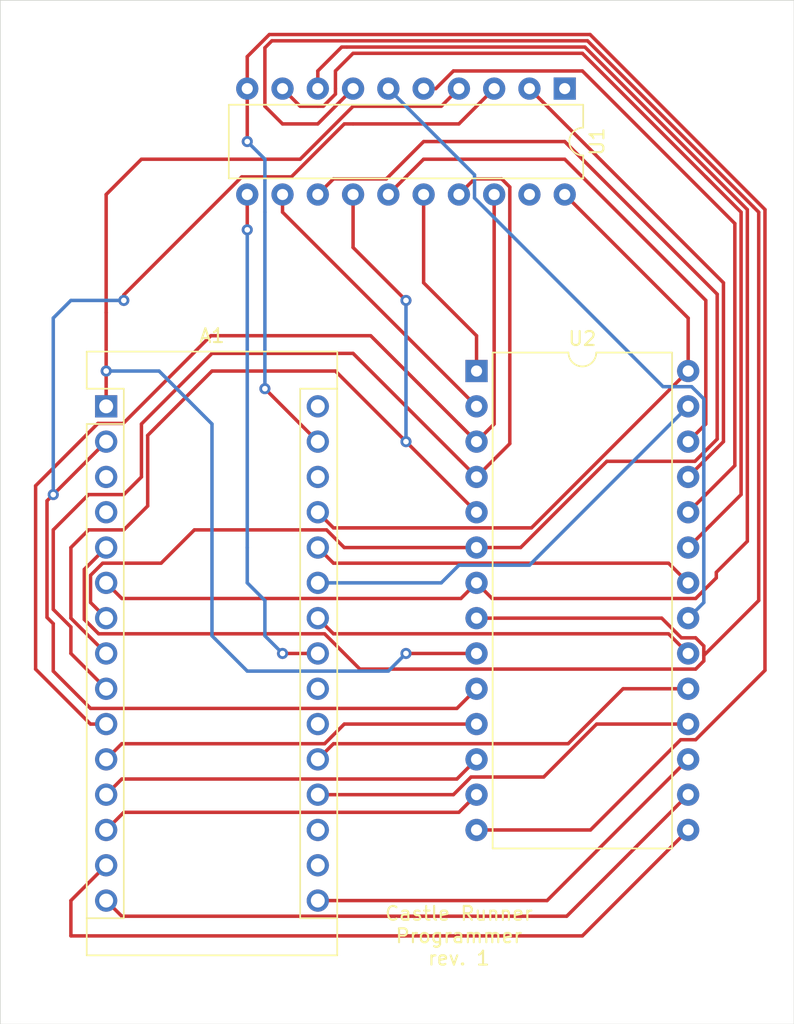
<source format=kicad_pcb>
(kicad_pcb (version 20171130) (host pcbnew 5.1.12-1.fc34)

  (general
    (thickness 1.6)
    (drawings 5)
    (tracks 257)
    (zones 0)
    (modules 3)
    (nets 39)
  )

  (page A4)
  (layers
    (0 F.Cu signal)
    (31 B.Cu signal)
    (32 B.Adhes user)
    (33 F.Adhes user)
    (34 B.Paste user)
    (35 F.Paste user)
    (36 B.SilkS user)
    (37 F.SilkS user)
    (38 B.Mask user)
    (39 F.Mask user)
    (40 Dwgs.User user)
    (41 Cmts.User user)
    (42 Eco1.User user)
    (43 Eco2.User user)
    (44 Edge.Cuts user)
    (45 Margin user)
    (46 B.CrtYd user)
    (47 F.CrtYd user)
    (48 B.Fab user)
    (49 F.Fab user)
  )

  (setup
    (last_trace_width 0.25)
    (trace_clearance 0.2)
    (zone_clearance 0.508)
    (zone_45_only no)
    (trace_min 0.2)
    (via_size 0.8)
    (via_drill 0.4)
    (via_min_size 0.4)
    (via_min_drill 0.3)
    (uvia_size 0.3)
    (uvia_drill 0.1)
    (uvias_allowed no)
    (uvia_min_size 0.2)
    (uvia_min_drill 0.1)
    (edge_width 0.05)
    (segment_width 0.2)
    (pcb_text_width 0.3)
    (pcb_text_size 1.5 1.5)
    (mod_edge_width 0.12)
    (mod_text_size 1 1)
    (mod_text_width 0.15)
    (pad_size 1.524 1.524)
    (pad_drill 0.762)
    (pad_to_mask_clearance 0)
    (aux_axis_origin 0 0)
    (visible_elements FFFFFF7F)
    (pcbplotparams
      (layerselection 0x010f0_ffffffff)
      (usegerberextensions false)
      (usegerberattributes true)
      (usegerberadvancedattributes true)
      (creategerberjobfile true)
      (excludeedgelayer true)
      (linewidth 0.100000)
      (plotframeref false)
      (viasonmask false)
      (mode 1)
      (useauxorigin false)
      (hpglpennumber 1)
      (hpglpenspeed 20)
      (hpglpendiameter 15.000000)
      (psnegative false)
      (psa4output false)
      (plotreference true)
      (plotvalue true)
      (plotinvisibletext false)
      (padsonsilk false)
      (subtractmaskfromsilk false)
      (outputformat 1)
      (mirror false)
      (drillshape 0)
      (scaleselection 1)
      (outputdirectory "./"))
  )

  (net 0 "")
  (net 1 "Net-(A1-Pad16)")
  (net 2 "Net-(A1-Pad15)")
  (net 3 "Net-(A1-Pad30)")
  (net 4 "Net-(A1-Pad14)")
  (net 5 "Net-(A1-Pad29)")
  (net 6 "Net-(A1-Pad13)")
  (net 7 "Net-(A1-Pad28)")
  (net 8 "Net-(A1-Pad12)")
  (net 9 "Net-(A1-Pad11)")
  (net 10 "Net-(A1-Pad26)")
  (net 11 "Net-(A1-Pad10)")
  (net 12 "Net-(A1-Pad25)")
  (net 13 "Net-(A1-Pad9)")
  (net 14 "Net-(A1-Pad24)")
  (net 15 "Net-(A1-Pad8)")
  (net 16 "Net-(A1-Pad23)")
  (net 17 "Net-(A1-Pad7)")
  (net 18 "Net-(A1-Pad22)")
  (net 19 "Net-(A1-Pad6)")
  (net 20 "Net-(A1-Pad21)")
  (net 21 "Net-(A1-Pad5)")
  (net 22 "Net-(A1-Pad20)")
  (net 23 "Net-(A1-Pad4)")
  (net 24 "Net-(A1-Pad19)")
  (net 25 "Net-(A1-Pad3)")
  (net 26 "Net-(A1-Pad18)")
  (net 27 "Net-(A1-Pad2)")
  (net 28 "Net-(A1-Pad17)")
  (net 29 "Net-(A1-Pad1)")
  (net 30 "Net-(U1-Pad19)")
  (net 31 "Net-(U1-Pad9)")
  (net 32 "Net-(U1-Pad16)")
  (net 33 "Net-(U1-Pad6)")
  (net 34 "Net-(U1-Pad15)")
  (net 35 "Net-(U1-Pad5)")
  (net 36 "Net-(U1-Pad12)")
  (net 37 "Net-(U1-Pad2)")
  (net 38 "Net-(A1-Pad27)")

  (net_class Default "This is the default net class."
    (clearance 0.2)
    (trace_width 0.25)
    (via_dia 0.8)
    (via_drill 0.4)
    (uvia_dia 0.3)
    (uvia_drill 0.1)
    (add_net "Net-(A1-Pad1)")
    (add_net "Net-(A1-Pad10)")
    (add_net "Net-(A1-Pad11)")
    (add_net "Net-(A1-Pad12)")
    (add_net "Net-(A1-Pad13)")
    (add_net "Net-(A1-Pad14)")
    (add_net "Net-(A1-Pad15)")
    (add_net "Net-(A1-Pad16)")
    (add_net "Net-(A1-Pad17)")
    (add_net "Net-(A1-Pad18)")
    (add_net "Net-(A1-Pad19)")
    (add_net "Net-(A1-Pad2)")
    (add_net "Net-(A1-Pad20)")
    (add_net "Net-(A1-Pad21)")
    (add_net "Net-(A1-Pad22)")
    (add_net "Net-(A1-Pad23)")
    (add_net "Net-(A1-Pad24)")
    (add_net "Net-(A1-Pad25)")
    (add_net "Net-(A1-Pad26)")
    (add_net "Net-(A1-Pad27)")
    (add_net "Net-(A1-Pad28)")
    (add_net "Net-(A1-Pad29)")
    (add_net "Net-(A1-Pad3)")
    (add_net "Net-(A1-Pad30)")
    (add_net "Net-(A1-Pad4)")
    (add_net "Net-(A1-Pad5)")
    (add_net "Net-(A1-Pad6)")
    (add_net "Net-(A1-Pad7)")
    (add_net "Net-(A1-Pad8)")
    (add_net "Net-(A1-Pad9)")
    (add_net "Net-(U1-Pad12)")
    (add_net "Net-(U1-Pad15)")
    (add_net "Net-(U1-Pad16)")
    (add_net "Net-(U1-Pad19)")
    (add_net "Net-(U1-Pad2)")
    (add_net "Net-(U1-Pad5)")
    (add_net "Net-(U1-Pad6)")
    (add_net "Net-(U1-Pad9)")
  )

  (module Module:Arduino_Nano (layer F.Cu) (tedit 58ACAF70) (tstamp 600D8C7B)
    (at 194.31 64.77)
    (descr "Arduino Nano, http://www.mouser.com/pdfdocs/Gravitech_Arduino_Nano3_0.pdf")
    (tags "Arduino Nano")
    (path /5F5D7C3C)
    (fp_text reference A1 (at 7.62 -5.08) (layer F.SilkS)
      (effects (font (size 1 1) (thickness 0.15)))
    )
    (fp_text value Arduino_Nano_v3.x (at 8.89 19.05 90) (layer F.Fab)
      (effects (font (size 1 1) (thickness 0.15)))
    )
    (fp_line (start 1.27 1.27) (end 1.27 -1.27) (layer F.SilkS) (width 0.12))
    (fp_line (start 1.27 -1.27) (end -1.4 -1.27) (layer F.SilkS) (width 0.12))
    (fp_line (start -1.4 1.27) (end -1.4 39.5) (layer F.SilkS) (width 0.12))
    (fp_line (start -1.4 -3.94) (end -1.4 -1.27) (layer F.SilkS) (width 0.12))
    (fp_line (start 13.97 -1.27) (end 16.64 -1.27) (layer F.SilkS) (width 0.12))
    (fp_line (start 13.97 -1.27) (end 13.97 36.83) (layer F.SilkS) (width 0.12))
    (fp_line (start 13.97 36.83) (end 16.64 36.83) (layer F.SilkS) (width 0.12))
    (fp_line (start 1.27 1.27) (end -1.4 1.27) (layer F.SilkS) (width 0.12))
    (fp_line (start 1.27 1.27) (end 1.27 36.83) (layer F.SilkS) (width 0.12))
    (fp_line (start 1.27 36.83) (end -1.4 36.83) (layer F.SilkS) (width 0.12))
    (fp_line (start 3.81 31.75) (end 11.43 31.75) (layer F.Fab) (width 0.1))
    (fp_line (start 11.43 31.75) (end 11.43 41.91) (layer F.Fab) (width 0.1))
    (fp_line (start 11.43 41.91) (end 3.81 41.91) (layer F.Fab) (width 0.1))
    (fp_line (start 3.81 41.91) (end 3.81 31.75) (layer F.Fab) (width 0.1))
    (fp_line (start -1.4 39.5) (end 16.64 39.5) (layer F.SilkS) (width 0.12))
    (fp_line (start 16.64 39.5) (end 16.64 -3.94) (layer F.SilkS) (width 0.12))
    (fp_line (start 16.64 -3.94) (end -1.4 -3.94) (layer F.SilkS) (width 0.12))
    (fp_line (start 16.51 39.37) (end -1.27 39.37) (layer F.Fab) (width 0.1))
    (fp_line (start -1.27 39.37) (end -1.27 -2.54) (layer F.Fab) (width 0.1))
    (fp_line (start -1.27 -2.54) (end 0 -3.81) (layer F.Fab) (width 0.1))
    (fp_line (start 0 -3.81) (end 16.51 -3.81) (layer F.Fab) (width 0.1))
    (fp_line (start 16.51 -3.81) (end 16.51 39.37) (layer F.Fab) (width 0.1))
    (fp_line (start -1.53 -4.06) (end 16.75 -4.06) (layer F.CrtYd) (width 0.05))
    (fp_line (start -1.53 -4.06) (end -1.53 42.16) (layer F.CrtYd) (width 0.05))
    (fp_line (start 16.75 42.16) (end 16.75 -4.06) (layer F.CrtYd) (width 0.05))
    (fp_line (start 16.75 42.16) (end -1.53 42.16) (layer F.CrtYd) (width 0.05))
    (fp_text user %R (at 6.35 19.05 90) (layer F.Fab)
      (effects (font (size 1 1) (thickness 0.15)))
    )
    (pad 16 thru_hole oval (at 15.24 35.56) (size 1.6 1.6) (drill 1) (layers *.Cu *.Mask)
      (net 1 "Net-(A1-Pad16)"))
    (pad 15 thru_hole oval (at 0 35.56) (size 1.6 1.6) (drill 1) (layers *.Cu *.Mask)
      (net 2 "Net-(A1-Pad15)"))
    (pad 30 thru_hole oval (at 15.24 0) (size 1.6 1.6) (drill 1) (layers *.Cu *.Mask)
      (net 3 "Net-(A1-Pad30)"))
    (pad 14 thru_hole oval (at 0 33.02) (size 1.6 1.6) (drill 1) (layers *.Cu *.Mask)
      (net 4 "Net-(A1-Pad14)"))
    (pad 29 thru_hole oval (at 15.24 2.54) (size 1.6 1.6) (drill 1) (layers *.Cu *.Mask)
      (net 5 "Net-(A1-Pad29)"))
    (pad 13 thru_hole oval (at 0 30.48) (size 1.6 1.6) (drill 1) (layers *.Cu *.Mask)
      (net 6 "Net-(A1-Pad13)"))
    (pad 28 thru_hole oval (at 15.24 5.08) (size 1.6 1.6) (drill 1) (layers *.Cu *.Mask)
      (net 7 "Net-(A1-Pad28)"))
    (pad 12 thru_hole oval (at 0 27.94) (size 1.6 1.6) (drill 1) (layers *.Cu *.Mask)
      (net 8 "Net-(A1-Pad12)"))
    (pad 27 thru_hole oval (at 15.24 7.62) (size 1.6 1.6) (drill 1) (layers *.Cu *.Mask)
      (net 38 "Net-(A1-Pad27)"))
    (pad 11 thru_hole oval (at 0 25.4) (size 1.6 1.6) (drill 1) (layers *.Cu *.Mask)
      (net 9 "Net-(A1-Pad11)"))
    (pad 26 thru_hole oval (at 15.24 10.16) (size 1.6 1.6) (drill 1) (layers *.Cu *.Mask)
      (net 10 "Net-(A1-Pad26)"))
    (pad 10 thru_hole oval (at 0 22.86) (size 1.6 1.6) (drill 1) (layers *.Cu *.Mask)
      (net 11 "Net-(A1-Pad10)"))
    (pad 25 thru_hole oval (at 15.24 12.7) (size 1.6 1.6) (drill 1) (layers *.Cu *.Mask)
      (net 12 "Net-(A1-Pad25)"))
    (pad 9 thru_hole oval (at 0 20.32) (size 1.6 1.6) (drill 1) (layers *.Cu *.Mask)
      (net 13 "Net-(A1-Pad9)"))
    (pad 24 thru_hole oval (at 15.24 15.24) (size 1.6 1.6) (drill 1) (layers *.Cu *.Mask)
      (net 14 "Net-(A1-Pad24)"))
    (pad 8 thru_hole oval (at 0 17.78) (size 1.6 1.6) (drill 1) (layers *.Cu *.Mask)
      (net 15 "Net-(A1-Pad8)"))
    (pad 23 thru_hole oval (at 15.24 17.78) (size 1.6 1.6) (drill 1) (layers *.Cu *.Mask)
      (net 16 "Net-(A1-Pad23)"))
    (pad 7 thru_hole oval (at 0 15.24) (size 1.6 1.6) (drill 1) (layers *.Cu *.Mask)
      (net 17 "Net-(A1-Pad7)"))
    (pad 22 thru_hole oval (at 15.24 20.32) (size 1.6 1.6) (drill 1) (layers *.Cu *.Mask)
      (net 18 "Net-(A1-Pad22)"))
    (pad 6 thru_hole oval (at 0 12.7) (size 1.6 1.6) (drill 1) (layers *.Cu *.Mask)
      (net 19 "Net-(A1-Pad6)"))
    (pad 21 thru_hole oval (at 15.24 22.86) (size 1.6 1.6) (drill 1) (layers *.Cu *.Mask)
      (net 20 "Net-(A1-Pad21)"))
    (pad 5 thru_hole oval (at 0 10.16) (size 1.6 1.6) (drill 1) (layers *.Cu *.Mask)
      (net 21 "Net-(A1-Pad5)"))
    (pad 20 thru_hole oval (at 15.24 25.4) (size 1.6 1.6) (drill 1) (layers *.Cu *.Mask)
      (net 22 "Net-(A1-Pad20)"))
    (pad 4 thru_hole oval (at 0 7.62) (size 1.6 1.6) (drill 1) (layers *.Cu *.Mask)
      (net 23 "Net-(A1-Pad4)"))
    (pad 19 thru_hole oval (at 15.24 27.94) (size 1.6 1.6) (drill 1) (layers *.Cu *.Mask)
      (net 24 "Net-(A1-Pad19)"))
    (pad 3 thru_hole oval (at 0 5.08) (size 1.6 1.6) (drill 1) (layers *.Cu *.Mask)
      (net 25 "Net-(A1-Pad3)"))
    (pad 18 thru_hole oval (at 15.24 30.48) (size 1.6 1.6) (drill 1) (layers *.Cu *.Mask)
      (net 26 "Net-(A1-Pad18)"))
    (pad 2 thru_hole oval (at 0 2.54) (size 1.6 1.6) (drill 1) (layers *.Cu *.Mask)
      (net 27 "Net-(A1-Pad2)"))
    (pad 17 thru_hole oval (at 15.24 33.02) (size 1.6 1.6) (drill 1) (layers *.Cu *.Mask)
      (net 28 "Net-(A1-Pad17)"))
    (pad 1 thru_hole rect (at 0 0) (size 1.6 1.6) (drill 1) (layers *.Cu *.Mask)
      (net 29 "Net-(A1-Pad1)"))
    (model ${KISYS3DMOD}/Module.3dshapes/Arduino_Nano_WithMountingHoles.wrl
      (at (xyz 0 0 0))
      (scale (xyz 1 1 1))
      (rotate (xyz 0 0 0))
    )
  )

  (module Package_DIP:DIP-28_W15.24mm (layer F.Cu) (tedit 5A02E8C5) (tstamp 600D8CD3)
    (at 220.98 62.23)
    (descr "28-lead though-hole mounted DIP package, row spacing 15.24 mm (600 mils)")
    (tags "THT DIP DIL PDIP 2.54mm 15.24mm 600mil")
    (path /5F5DE119)
    (fp_text reference U2 (at 7.62 -2.33) (layer F.SilkS)
      (effects (font (size 1 1) (thickness 0.15)))
    )
    (fp_text value KM62256CLP (at 7.62 35.35) (layer F.Fab)
      (effects (font (size 1 1) (thickness 0.15)))
    )
    (fp_line (start 1.255 -1.27) (end 14.985 -1.27) (layer F.Fab) (width 0.1))
    (fp_line (start 14.985 -1.27) (end 14.985 34.29) (layer F.Fab) (width 0.1))
    (fp_line (start 14.985 34.29) (end 0.255 34.29) (layer F.Fab) (width 0.1))
    (fp_line (start 0.255 34.29) (end 0.255 -0.27) (layer F.Fab) (width 0.1))
    (fp_line (start 0.255 -0.27) (end 1.255 -1.27) (layer F.Fab) (width 0.1))
    (fp_line (start 6.62 -1.33) (end 1.16 -1.33) (layer F.SilkS) (width 0.12))
    (fp_line (start 1.16 -1.33) (end 1.16 34.35) (layer F.SilkS) (width 0.12))
    (fp_line (start 1.16 34.35) (end 14.08 34.35) (layer F.SilkS) (width 0.12))
    (fp_line (start 14.08 34.35) (end 14.08 -1.33) (layer F.SilkS) (width 0.12))
    (fp_line (start 14.08 -1.33) (end 8.62 -1.33) (layer F.SilkS) (width 0.12))
    (fp_line (start -1.05 -1.55) (end -1.05 34.55) (layer F.CrtYd) (width 0.05))
    (fp_line (start -1.05 34.55) (end 16.3 34.55) (layer F.CrtYd) (width 0.05))
    (fp_line (start 16.3 34.55) (end 16.3 -1.55) (layer F.CrtYd) (width 0.05))
    (fp_line (start 16.3 -1.55) (end -1.05 -1.55) (layer F.CrtYd) (width 0.05))
    (fp_text user %R (at 7.62 16.51) (layer F.Fab)
      (effects (font (size 1 1) (thickness 0.15)))
    )
    (fp_arc (start 7.62 -1.33) (end 6.62 -1.33) (angle -180) (layer F.SilkS) (width 0.12))
    (pad 28 thru_hole oval (at 15.24 0) (size 1.6 1.6) (drill 0.8) (layers *.Cu *.Mask)
      (net 38 "Net-(A1-Pad27)"))
    (pad 14 thru_hole oval (at 0 33.02) (size 1.6 1.6) (drill 0.8) (layers *.Cu *.Mask)
      (net 5 "Net-(A1-Pad29)"))
    (pad 27 thru_hole oval (at 15.24 2.54) (size 1.6 1.6) (drill 0.8) (layers *.Cu *.Mask)
      (net 12 "Net-(A1-Pad25)"))
    (pad 13 thru_hole oval (at 0 30.48) (size 1.6 1.6) (drill 0.8) (layers *.Cu *.Mask)
      (net 6 "Net-(A1-Pad13)"))
    (pad 26 thru_hole oval (at 15.24 5.08) (size 1.6 1.6) (drill 0.8) (layers *.Cu *.Mask)
      (net 34 "Net-(U1-Pad15)"))
    (pad 12 thru_hole oval (at 0 27.94) (size 1.6 1.6) (drill 0.8) (layers *.Cu *.Mask)
      (net 8 "Net-(A1-Pad12)"))
    (pad 25 thru_hole oval (at 15.24 7.62) (size 1.6 1.6) (drill 0.8) (layers *.Cu *.Mask)
      (net 37 "Net-(U1-Pad2)"))
    (pad 11 thru_hole oval (at 0 25.4) (size 1.6 1.6) (drill 0.8) (layers *.Cu *.Mask)
      (net 9 "Net-(A1-Pad11)"))
    (pad 24 thru_hole oval (at 15.24 10.16) (size 1.6 1.6) (drill 0.8) (layers *.Cu *.Mask)
      (net 35 "Net-(U1-Pad5)"))
    (pad 10 thru_hole oval (at 0 22.86) (size 1.6 1.6) (drill 0.8) (layers *.Cu *.Mask)
      (net 27 "Net-(A1-Pad2)"))
    (pad 23 thru_hole oval (at 15.24 12.7) (size 1.6 1.6) (drill 0.8) (layers *.Cu *.Mask)
      (net 31 "Net-(U1-Pad9)"))
    (pad 9 thru_hole oval (at 0 20.32) (size 1.6 1.6) (drill 0.8) (layers *.Cu *.Mask)
      (net 29 "Net-(A1-Pad1)"))
    (pad 22 thru_hole oval (at 15.24 15.24) (size 1.6 1.6) (drill 0.8) (layers *.Cu *.Mask)
      (net 10 "Net-(A1-Pad26)"))
    (pad 8 thru_hole oval (at 0 17.78) (size 1.6 1.6) (drill 0.8) (layers *.Cu *.Mask)
      (net 21 "Net-(A1-Pad5)"))
    (pad 21 thru_hole oval (at 15.24 17.78) (size 1.6 1.6) (drill 0.8) (layers *.Cu *.Mask)
      (net 33 "Net-(U1-Pad6)"))
    (pad 7 thru_hole oval (at 0 15.24) (size 1.6 1.6) (drill 0.8) (layers *.Cu *.Mask)
      (net 19 "Net-(A1-Pad6)"))
    (pad 20 thru_hole oval (at 15.24 20.32) (size 1.6 1.6) (drill 0.8) (layers *.Cu *.Mask)
      (net 14 "Net-(A1-Pad24)"))
    (pad 6 thru_hole oval (at 0 12.7) (size 1.6 1.6) (drill 0.8) (layers *.Cu *.Mask)
      (net 17 "Net-(A1-Pad7)"))
    (pad 19 thru_hole oval (at 15.24 22.86) (size 1.6 1.6) (drill 0.8) (layers *.Cu *.Mask)
      (net 22 "Net-(A1-Pad20)"))
    (pad 5 thru_hole oval (at 0 10.16) (size 1.6 1.6) (drill 0.8) (layers *.Cu *.Mask)
      (net 15 "Net-(A1-Pad8)"))
    (pad 18 thru_hole oval (at 15.24 25.4) (size 1.6 1.6) (drill 0.8) (layers *.Cu *.Mask)
      (net 24 "Net-(A1-Pad19)"))
    (pad 4 thru_hole oval (at 0 7.62) (size 1.6 1.6) (drill 0.8) (layers *.Cu *.Mask)
      (net 13 "Net-(A1-Pad9)"))
    (pad 17 thru_hole oval (at 15.24 27.94) (size 1.6 1.6) (drill 0.8) (layers *.Cu *.Mask)
      (net 1 "Net-(A1-Pad16)"))
    (pad 3 thru_hole oval (at 0 5.08) (size 1.6 1.6) (drill 0.8) (layers *.Cu *.Mask)
      (net 11 "Net-(A1-Pad10)"))
    (pad 16 thru_hole oval (at 15.24 30.48) (size 1.6 1.6) (drill 0.8) (layers *.Cu *.Mask)
      (net 2 "Net-(A1-Pad15)"))
    (pad 2 thru_hole oval (at 0 2.54) (size 1.6 1.6) (drill 0.8) (layers *.Cu *.Mask)
      (net 36 "Net-(U1-Pad12)"))
    (pad 15 thru_hole oval (at 15.24 33.02) (size 1.6 1.6) (drill 0.8) (layers *.Cu *.Mask)
      (net 4 "Net-(A1-Pad14)"))
    (pad 1 thru_hole rect (at 0 0) (size 1.6 1.6) (drill 0.8) (layers *.Cu *.Mask)
      (net 32 "Net-(U1-Pad16)"))
    (model ${KISYS3DMOD}/Package_DIP.3dshapes/DIP-28_W15.24mm.wrl
      (at (xyz 0 0 0))
      (scale (xyz 1 1 1))
      (rotate (xyz 0 0 0))
    )
  )

  (module Package_DIP:DIP-20_W7.62mm (layer F.Cu) (tedit 5A02E8C5) (tstamp 600D8CA3)
    (at 227.33 41.91 270)
    (descr "20-lead though-hole mounted DIP package, row spacing 7.62 mm (300 mils)")
    (tags "THT DIP DIL PDIP 2.54mm 7.62mm 300mil")
    (path /5F5D73B0)
    (fp_text reference U1 (at 3.81 -2.33 90) (layer F.SilkS)
      (effects (font (size 1 1) (thickness 0.15)))
    )
    (fp_text value 74LS273 (at 3.81 25.19 90) (layer F.Fab)
      (effects (font (size 1 1) (thickness 0.15)))
    )
    (fp_line (start 1.635 -1.27) (end 6.985 -1.27) (layer F.Fab) (width 0.1))
    (fp_line (start 6.985 -1.27) (end 6.985 24.13) (layer F.Fab) (width 0.1))
    (fp_line (start 6.985 24.13) (end 0.635 24.13) (layer F.Fab) (width 0.1))
    (fp_line (start 0.635 24.13) (end 0.635 -0.27) (layer F.Fab) (width 0.1))
    (fp_line (start 0.635 -0.27) (end 1.635 -1.27) (layer F.Fab) (width 0.1))
    (fp_line (start 2.81 -1.33) (end 1.16 -1.33) (layer F.SilkS) (width 0.12))
    (fp_line (start 1.16 -1.33) (end 1.16 24.19) (layer F.SilkS) (width 0.12))
    (fp_line (start 1.16 24.19) (end 6.46 24.19) (layer F.SilkS) (width 0.12))
    (fp_line (start 6.46 24.19) (end 6.46 -1.33) (layer F.SilkS) (width 0.12))
    (fp_line (start 6.46 -1.33) (end 4.81 -1.33) (layer F.SilkS) (width 0.12))
    (fp_line (start -1.1 -1.55) (end -1.1 24.4) (layer F.CrtYd) (width 0.05))
    (fp_line (start -1.1 24.4) (end 8.7 24.4) (layer F.CrtYd) (width 0.05))
    (fp_line (start 8.7 24.4) (end 8.7 -1.55) (layer F.CrtYd) (width 0.05))
    (fp_line (start 8.7 -1.55) (end -1.1 -1.55) (layer F.CrtYd) (width 0.05))
    (fp_text user %R (at 3.81 11.43 90) (layer F.Fab)
      (effects (font (size 1 1) (thickness 0.15)))
    )
    (fp_arc (start 3.81 -1.33) (end 2.81 -1.33) (angle -180) (layer F.SilkS) (width 0.12))
    (pad 20 thru_hole oval (at 7.62 0 270) (size 1.6 1.6) (drill 0.8) (layers *.Cu *.Mask)
      (net 38 "Net-(A1-Pad27)"))
    (pad 10 thru_hole oval (at 0 22.86 270) (size 1.6 1.6) (drill 0.8) (layers *.Cu *.Mask)
      (net 5 "Net-(A1-Pad29)"))
    (pad 19 thru_hole oval (at 7.62 2.54 270) (size 1.6 1.6) (drill 0.8) (layers *.Cu *.Mask)
      (net 30 "Net-(U1-Pad19)"))
    (pad 9 thru_hole oval (at 0 20.32 270) (size 1.6 1.6) (drill 0.8) (layers *.Cu *.Mask)
      (net 31 "Net-(U1-Pad9)"))
    (pad 18 thru_hole oval (at 7.62 5.08 270) (size 1.6 1.6) (drill 0.8) (layers *.Cu *.Mask)
      (net 11 "Net-(A1-Pad10)"))
    (pad 8 thru_hole oval (at 0 17.78 270) (size 1.6 1.6) (drill 0.8) (layers *.Cu *.Mask)
      (net 19 "Net-(A1-Pad6)"))
    (pad 17 thru_hole oval (at 7.62 7.62 270) (size 1.6 1.6) (drill 0.8) (layers *.Cu *.Mask)
      (net 13 "Net-(A1-Pad9)"))
    (pad 7 thru_hole oval (at 0 15.24 270) (size 1.6 1.6) (drill 0.8) (layers *.Cu *.Mask)
      (net 21 "Net-(A1-Pad5)"))
    (pad 16 thru_hole oval (at 7.62 10.16 270) (size 1.6 1.6) (drill 0.8) (layers *.Cu *.Mask)
      (net 32 "Net-(U1-Pad16)"))
    (pad 6 thru_hole oval (at 0 12.7 270) (size 1.6 1.6) (drill 0.8) (layers *.Cu *.Mask)
      (net 33 "Net-(U1-Pad6)"))
    (pad 15 thru_hole oval (at 7.62 12.7 270) (size 1.6 1.6) (drill 0.8) (layers *.Cu *.Mask)
      (net 34 "Net-(U1-Pad15)"))
    (pad 5 thru_hole oval (at 0 10.16 270) (size 1.6 1.6) (drill 0.8) (layers *.Cu *.Mask)
      (net 35 "Net-(U1-Pad5)"))
    (pad 14 thru_hole oval (at 7.62 15.24 270) (size 1.6 1.6) (drill 0.8) (layers *.Cu *.Mask)
      (net 15 "Net-(A1-Pad8)"))
    (pad 4 thru_hole oval (at 0 7.62 270) (size 1.6 1.6) (drill 0.8) (layers *.Cu *.Mask)
      (net 29 "Net-(A1-Pad1)"))
    (pad 13 thru_hole oval (at 7.62 17.78 270) (size 1.6 1.6) (drill 0.8) (layers *.Cu *.Mask)
      (net 17 "Net-(A1-Pad7)"))
    (pad 3 thru_hole oval (at 0 5.08 270) (size 1.6 1.6) (drill 0.8) (layers *.Cu *.Mask)
      (net 27 "Net-(A1-Pad2)"))
    (pad 12 thru_hole oval (at 7.62 20.32 270) (size 1.6 1.6) (drill 0.8) (layers *.Cu *.Mask)
      (net 36 "Net-(U1-Pad12)"))
    (pad 2 thru_hole oval (at 0 2.54 270) (size 1.6 1.6) (drill 0.8) (layers *.Cu *.Mask)
      (net 37 "Net-(U1-Pad2)"))
    (pad 11 thru_hole oval (at 7.62 22.86 270) (size 1.6 1.6) (drill 0.8) (layers *.Cu *.Mask)
      (net 16 "Net-(A1-Pad23)"))
    (pad 1 thru_hole rect (at 0 0 270) (size 1.6 1.6) (drill 0.8) (layers *.Cu *.Mask)
      (net 38 "Net-(A1-Pad27)"))
    (model ${KISYS3DMOD}/Package_DIP.3dshapes/DIP-20_W7.62mm.wrl
      (at (xyz 0 0 0))
      (scale (xyz 1 1 1))
      (rotate (xyz 0 0 0))
    )
  )

  (gr_line (start 186.69 109.22) (end 243.84 109.22) (layer Edge.Cuts) (width 0.05) (tstamp 600F1F71))
  (gr_line (start 186.69 35.56) (end 186.69 109.22) (layer Edge.Cuts) (width 0.05))
  (gr_line (start 243.84 35.56) (end 186.69 35.56) (layer Edge.Cuts) (width 0.05))
  (gr_line (start 243.84 109.22) (end 243.84 35.56) (layer Edge.Cuts) (width 0.05))
  (gr_text "Castle Runner\nProgrammer\nrev. 1" (at 219.71 102.87) (layer F.SilkS)
    (effects (font (size 1 1) (thickness 0.15)))
  )

  (segment (start 227.33 99.06) (end 236.22 90.17) (width 0.25) (layer F.Cu) (net 1))
  (segment (start 209.55 100.33) (end 226.06 100.33) (width 0.25) (layer F.Cu) (net 1))
  (segment (start 226.06 100.33) (end 227.33 99.06) (width 0.25) (layer F.Cu) (net 1))
  (segment (start 195.435001 101.455001) (end 227.474999 101.455001) (width 0.25) (layer F.Cu) (net 2))
  (segment (start 227.474999 101.455001) (end 236.22 92.71) (width 0.25) (layer F.Cu) (net 2))
  (segment (start 194.31 100.33) (end 195.435001 101.455001) (width 0.25) (layer F.Cu) (net 2))
  (segment (start 194.31 97.79) (end 191.77 100.33) (width 0.25) (layer F.Cu) (net 4))
  (segment (start 191.77 100.33) (end 191.77 102.87) (width 0.25) (layer F.Cu) (net 4))
  (segment (start 228.6 102.87) (end 236.22 95.25) (width 0.25) (layer F.Cu) (net 4))
  (segment (start 191.77 102.87) (end 228.6 102.87) (width 0.25) (layer F.Cu) (net 4))
  (segment (start 206.058615 38.019973) (end 204.47 39.608588) (width 0.25) (layer F.Cu) (net 5))
  (segment (start 241.750009 50.610779) (end 229.159202 38.019972) (width 0.25) (layer F.Cu) (net 5))
  (segment (start 229.159202 38.019972) (end 206.058615 38.019973) (width 0.25) (layer F.Cu) (net 5))
  (segment (start 241.750009 83.764993) (end 241.750009 50.610779) (width 0.25) (layer F.Cu) (net 5))
  (segment (start 236.760001 88.755001) (end 241.750009 83.764993) (width 0.25) (layer F.Cu) (net 5))
  (segment (start 235.679999 88.755001) (end 236.760001 88.755001) (width 0.25) (layer F.Cu) (net 5))
  (segment (start 229.185 95.25) (end 235.679999 88.755001) (width 0.25) (layer F.Cu) (net 5))
  (segment (start 204.47 39.608588) (end 204.47 41.91) (width 0.25) (layer F.Cu) (net 5))
  (segment (start 220.98 95.25) (end 229.185 95.25) (width 0.25) (layer F.Cu) (net 5))
  (segment (start 204.47 41.91) (end 204.47 45.72) (width 0.25) (layer F.Cu) (net 5))
  (segment (start 204.47 45.72) (end 204.47 45.72) (width 0.25) (layer F.Cu) (net 5) (tstamp 600E1FA9))
  (via (at 204.47 45.72) (size 0.8) (drill 0.4) (layers F.Cu B.Cu) (net 5))
  (segment (start 204.47 45.72) (end 205.74 46.99) (width 0.25) (layer B.Cu) (net 5))
  (segment (start 205.74 46.99) (end 205.74 50.8) (width 0.25) (layer B.Cu) (net 5))
  (segment (start 205.74 50.8) (end 205.74 63.5) (width 0.25) (layer B.Cu) (net 5))
  (segment (start 205.74 63.5) (end 205.74 63.5) (width 0.25) (layer B.Cu) (net 5) (tstamp 600E1FAB))
  (via (at 205.74 63.5) (size 0.8) (drill 0.4) (layers F.Cu B.Cu) (net 5))
  (segment (start 209.55 67.31) (end 205.74 63.5) (width 0.25) (layer F.Cu) (net 5))
  (segment (start 194.31 95.25) (end 195.58 93.98) (width 0.25) (layer F.Cu) (net 6))
  (segment (start 219.71 93.98) (end 220.98 92.71) (width 0.25) (layer F.Cu) (net 6))
  (segment (start 195.58 93.98) (end 219.71 93.98) (width 0.25) (layer F.Cu) (net 6))
  (segment (start 219.565001 91.584999) (end 220.98 90.17) (width 0.25) (layer F.Cu) (net 8))
  (segment (start 195.435001 91.584999) (end 219.565001 91.584999) (width 0.25) (layer F.Cu) (net 8))
  (segment (start 194.31 92.71) (end 195.435001 91.584999) (width 0.25) (layer F.Cu) (net 8))
  (segment (start 211.45359 87.63) (end 220.98 87.63) (width 0.25) (layer F.Cu) (net 9))
  (segment (start 210.038591 89.044999) (end 211.45359 87.63) (width 0.25) (layer F.Cu) (net 9))
  (segment (start 195.435001 89.044999) (end 210.038591 89.044999) (width 0.25) (layer F.Cu) (net 9))
  (segment (start 194.31 90.17) (end 195.435001 89.044999) (width 0.25) (layer F.Cu) (net 9))
  (segment (start 234.805001 76.055001) (end 236.22 77.47) (width 0.25) (layer F.Cu) (net 10))
  (segment (start 210.675001 76.055001) (end 234.805001 76.055001) (width 0.25) (layer F.Cu) (net 10))
  (segment (start 209.55 74.93) (end 210.675001 76.055001) (width 0.25) (layer F.Cu) (net 10))
  (segment (start 193.17863 87.63) (end 194.31 87.63) (width 0.25) (layer F.Cu) (net 11))
  (segment (start 189.23 83.68137) (end 193.17863 87.63) (width 0.25) (layer F.Cu) (net 11))
  (segment (start 193.714992 65.998598) (end 189.23 70.48359) (width 0.25) (layer F.Cu) (net 11))
  (segment (start 189.23 70.48359) (end 189.23 83.68137) (width 0.25) (layer F.Cu) (net 11))
  (segment (start 220.98 67.31) (end 219.668598 65.998598) (width 0.25) (layer F.Cu) (net 11))
  (segment (start 222.25 66.04) (end 222.25 49.53) (width 0.25) (layer F.Cu) (net 11))
  (segment (start 220.98 67.31) (end 222.25 66.04) (width 0.25) (layer F.Cu) (net 11))
  (segment (start 193.714992 65.998598) (end 195.538598 65.998598) (width 0.25) (layer F.Cu) (net 11))
  (segment (start 195.538598 65.998598) (end 201.847196 59.69) (width 0.25) (layer F.Cu) (net 11))
  (segment (start 201.847196 59.69) (end 213.36 59.69) (width 0.25) (layer F.Cu) (net 11))
  (segment (start 213.36 59.69) (end 220.98 67.31) (width 0.25) (layer F.Cu) (net 11))
  (segment (start 209.55 77.47) (end 218.44 77.47) (width 0.25) (layer B.Cu) (net 12))
  (segment (start 218.44 77.47) (end 219.71 76.2) (width 0.25) (layer B.Cu) (net 12))
  (segment (start 226.06 74.93) (end 236.22 64.77) (width 0.25) (layer B.Cu) (net 12))
  (segment (start 219.71 76.2) (end 224.79 76.2) (width 0.25) (layer B.Cu) (net 12))
  (segment (start 224.79 76.2) (end 226.06 74.93) (width 0.25) (layer B.Cu) (net 12))
  (segment (start 190.5 79.37641) (end 191.77 80.64641) (width 0.25) (layer F.Cu) (net 13))
  (segment (start 190.5 73.66) (end 190.5 79.37641) (width 0.25) (layer F.Cu) (net 13))
  (segment (start 193.04 71.12) (end 190.5 73.66) (width 0.25) (layer F.Cu) (net 13))
  (segment (start 191.77 80.64641) (end 191.77 82.55) (width 0.25) (layer F.Cu) (net 13))
  (segment (start 191.77 82.55) (end 194.31 85.09) (width 0.25) (layer F.Cu) (net 13))
  (segment (start 220.98 69.85) (end 219.71 68.58) (width 0.25) (layer F.Cu) (net 13))
  (segment (start 220.835001 48.404999) (end 219.71 49.53) (width 0.25) (layer F.Cu) (net 13))
  (segment (start 222.790001 48.404999) (end 220.835001 48.404999) (width 0.25) (layer F.Cu) (net 13))
  (segment (start 223.375001 48.989999) (end 222.790001 48.404999) (width 0.25) (layer F.Cu) (net 13))
  (segment (start 223.375001 67.454999) (end 223.375001 48.989999) (width 0.25) (layer F.Cu) (net 13))
  (segment (start 220.98 69.85) (end 223.375001 67.454999) (width 0.25) (layer F.Cu) (net 13))
  (segment (start 219.71 68.58) (end 212.09 60.96) (width 0.25) (layer F.Cu) (net 13))
  (segment (start 212.09 60.96) (end 201.93 60.96) (width 0.25) (layer F.Cu) (net 13))
  (segment (start 201.93 60.96) (end 196.85 66.04) (width 0.25) (layer F.Cu) (net 13))
  (segment (start 196.85 66.04) (end 196.85 69.85) (width 0.25) (layer F.Cu) (net 13))
  (segment (start 196.85 69.85) (end 195.58 71.12) (width 0.25) (layer F.Cu) (net 13))
  (segment (start 195.58 71.12) (end 193.04 71.12) (width 0.25) (layer F.Cu) (net 13))
  (segment (start 234.805001 81.135001) (end 236.22 82.55) (width 0.25) (layer F.Cu) (net 14))
  (segment (start 210.675001 81.135001) (end 234.805001 81.135001) (width 0.25) (layer F.Cu) (net 14))
  (segment (start 209.55 80.01) (end 210.675001 81.135001) (width 0.25) (layer F.Cu) (net 14))
  (segment (start 191.77 74.93) (end 193.04 73.66) (width 0.25) (layer F.Cu) (net 15))
  (segment (start 191.77 80.01) (end 191.77 74.93) (width 0.25) (layer F.Cu) (net 15))
  (segment (start 194.31 82.55) (end 191.77 80.01) (width 0.25) (layer F.Cu) (net 15))
  (segment (start 220.98 72.39) (end 215.9 67.31) (width 0.25) (layer F.Cu) (net 15))
  (segment (start 210.82 62.23) (end 201.93 62.23) (width 0.25) (layer F.Cu) (net 15))
  (segment (start 201.93 62.23) (end 198.12 66.04) (width 0.25) (layer F.Cu) (net 15))
  (segment (start 197.30001 66.85999) (end 197.30001 71.93999) (width 0.25) (layer F.Cu) (net 15))
  (segment (start 198.12 66.04) (end 197.30001 66.85999) (width 0.25) (layer F.Cu) (net 15))
  (segment (start 197.30001 71.93999) (end 195.58 73.66) (width 0.25) (layer F.Cu) (net 15))
  (segment (start 195.58 73.66) (end 193.04 73.66) (width 0.25) (layer F.Cu) (net 15))
  (segment (start 212.09 49.53) (end 212.09 53.34) (width 0.25) (layer F.Cu) (net 15))
  (segment (start 212.09 53.34) (end 215.9 57.15) (width 0.25) (layer F.Cu) (net 15))
  (segment (start 215.9 57.15) (end 215.9 57.15) (width 0.25) (layer F.Cu) (net 15) (tstamp 600E2001))
  (via (at 215.9 57.15) (size 0.8) (drill 0.4) (layers F.Cu B.Cu) (net 15))
  (segment (start 215.9 67.31) (end 210.82 62.23) (width 0.25) (layer F.Cu) (net 15) (tstamp 600E2003))
  (via (at 215.9 67.31) (size 0.8) (drill 0.4) (layers F.Cu B.Cu) (net 15))
  (segment (start 215.9 67.31) (end 215.9 57.15) (width 0.25) (layer B.Cu) (net 15))
  (segment (start 209.55 82.55) (end 207.01 82.55) (width 0.25) (layer F.Cu) (net 16))
  (segment (start 207.01 82.55) (end 207.01 82.55) (width 0.25) (layer F.Cu) (net 16) (tstamp 600E1FAD))
  (via (at 207.01 82.55) (size 0.8) (drill 0.4) (layers F.Cu B.Cu) (net 16))
  (segment (start 207.01 82.55) (end 205.74 81.28) (width 0.25) (layer B.Cu) (net 16))
  (segment (start 205.74 81.28) (end 205.74 78.74) (width 0.25) (layer B.Cu) (net 16))
  (segment (start 205.74 78.74) (end 204.47 77.47) (width 0.25) (layer B.Cu) (net 16))
  (segment (start 204.47 77.47) (end 204.47 74.93) (width 0.25) (layer B.Cu) (net 16))
  (segment (start 204.47 74.93) (end 204.47 52.07) (width 0.25) (layer B.Cu) (net 16))
  (segment (start 204.47 52.07) (end 204.47 52.07) (width 0.25) (layer B.Cu) (net 16) (tstamp 600E1FAF))
  (via (at 204.47 52.07) (size 0.8) (drill 0.4) (layers F.Cu B.Cu) (net 16))
  (segment (start 204.47 52.07) (end 204.47 49.53) (width 0.25) (layer F.Cu) (net 16))
  (segment (start 211.45359 74.93) (end 220.98 74.93) (width 0.25) (layer F.Cu) (net 17))
  (segment (start 210.18359 73.66) (end 211.45359 74.93) (width 0.25) (layer F.Cu) (net 17))
  (segment (start 200.66 73.66) (end 210.18359 73.66) (width 0.25) (layer F.Cu) (net 17))
  (segment (start 194.059997 76.055001) (end 198.264999 76.055001) (width 0.25) (layer F.Cu) (net 17))
  (segment (start 193.184999 76.929999) (end 194.059997 76.055001) (width 0.25) (layer F.Cu) (net 17))
  (segment (start 193.184999 78.884999) (end 193.184999 76.929999) (width 0.25) (layer F.Cu) (net 17))
  (segment (start 194.31 80.01) (end 193.184999 78.884999) (width 0.25) (layer F.Cu) (net 17))
  (segment (start 198.264999 76.055001) (end 200.66 73.66) (width 0.25) (layer F.Cu) (net 17))
  (segment (start 230.361411 68.724999) (end 224.15641 74.93) (width 0.25) (layer F.Cu) (net 17))
  (segment (start 236.708591 68.724999) (end 230.361411 68.724999) (width 0.25) (layer F.Cu) (net 17))
  (segment (start 238.30999 67.1236) (end 236.708591 68.724999) (width 0.25) (layer F.Cu) (net 17))
  (segment (start 238.30999 56.69999) (end 238.30999 67.1236) (width 0.25) (layer F.Cu) (net 17))
  (segment (start 227.33 45.72) (end 238.30999 56.69999) (width 0.25) (layer F.Cu) (net 17))
  (segment (start 217.17 45.72) (end 227.33 45.72) (width 0.25) (layer F.Cu) (net 17))
  (segment (start 214.485001 48.404999) (end 217.17 45.72) (width 0.25) (layer F.Cu) (net 17))
  (segment (start 224.15641 74.93) (end 220.98 74.93) (width 0.25) (layer F.Cu) (net 17))
  (segment (start 210.675001 48.404999) (end 214.485001 48.404999) (width 0.25) (layer F.Cu) (net 17))
  (segment (start 209.55 49.53) (end 210.675001 48.404999) (width 0.25) (layer F.Cu) (net 17))
  (segment (start 219.854999 78.595001) (end 220.98 77.47) (width 0.25) (layer F.Cu) (net 19))
  (segment (start 195.435001 78.595001) (end 219.854999 78.595001) (width 0.25) (layer F.Cu) (net 19))
  (segment (start 194.31 77.47) (end 195.435001 78.595001) (width 0.25) (layer F.Cu) (net 19))
  (segment (start 236.760001 78.595001) (end 222.105001 78.595001) (width 0.25) (layer F.Cu) (net 19))
  (segment (start 238.24502 77.109982) (end 236.760001 78.595001) (width 0.25) (layer F.Cu) (net 19))
  (segment (start 238.24502 76.71498) (end 238.24502 77.109982) (width 0.25) (layer F.Cu) (net 19))
  (segment (start 222.105001 78.595001) (end 220.98 77.47) (width 0.25) (layer F.Cu) (net 19))
  (segment (start 240.48001 74.47999) (end 238.24502 76.71498) (width 0.25) (layer F.Cu) (net 19))
  (segment (start 228.786401 38.919991) (end 240.48001 50.6136) (width 0.25) (layer F.Cu) (net 19))
  (segment (start 240.48001 50.6136) (end 240.48001 74.47999) (width 0.25) (layer F.Cu) (net 19))
  (segment (start 209.55 40.64) (end 211.270009 38.919991) (width 0.25) (layer F.Cu) (net 19))
  (segment (start 209.55 41.91) (end 209.55 40.64) (width 0.25) (layer F.Cu) (net 19))
  (segment (start 211.639991 38.919991) (end 228.786401 38.919991) (width 0.25) (layer F.Cu) (net 19))
  (segment (start 211.270009 38.919991) (end 211.639991 38.919991) (width 0.25) (layer F.Cu) (net 19))
  (segment (start 234.31641 80.01) (end 220.98 80.01) (width 0.25) (layer F.Cu) (net 21))
  (segment (start 237.345001 82.009999) (end 236.760001 81.424999) (width 0.25) (layer F.Cu) (net 21))
  (segment (start 235.731409 81.424999) (end 234.31641 80.01) (width 0.25) (layer F.Cu) (net 21))
  (segment (start 236.760001 83.675001) (end 237.345001 83.090001) (width 0.25) (layer F.Cu) (net 21))
  (segment (start 212.578591 83.675001) (end 236.760001 83.675001) (width 0.25) (layer F.Cu) (net 21))
  (segment (start 210.038591 81.135001) (end 212.578591 83.675001) (width 0.25) (layer F.Cu) (net 21))
  (segment (start 193.769999 81.135001) (end 210.038591 81.135001) (width 0.25) (layer F.Cu) (net 21))
  (segment (start 236.760001 81.424999) (end 235.731409 81.424999) (width 0.25) (layer F.Cu) (net 21))
  (segment (start 192.73499 80.099992) (end 193.769999 81.135001) (width 0.25) (layer F.Cu) (net 21))
  (segment (start 192.73499 76.50501) (end 192.73499 80.099992) (width 0.25) (layer F.Cu) (net 21))
  (segment (start 194.31 74.93) (end 192.73499 76.50501) (width 0.25) (layer F.Cu) (net 21))
  (segment (start 237.345001 82.405001) (end 237.345001 82.009999) (width 0.25) (layer F.Cu) (net 21))
  (segment (start 237.345001 82.694999) (end 237.345001 82.405001) (width 0.25) (layer F.Cu) (net 21))
  (segment (start 237.345001 83.090001) (end 237.345001 82.694999) (width 0.25) (layer F.Cu) (net 21))
  (segment (start 241.3 78.74) (end 237.345001 82.694999) (width 0.25) (layer F.Cu) (net 21))
  (segment (start 240.930019 50.430019) (end 241.3 50.8) (width 0.25) (layer F.Cu) (net 21))
  (segment (start 240.930019 50.427199) (end 240.930019 50.430019) (width 0.25) (layer F.Cu) (net 21))
  (segment (start 228.972802 38.469982) (end 240.930019 50.427199) (width 0.25) (layer F.Cu) (net 21))
  (segment (start 206.245016 38.469982) (end 228.972802 38.469982) (width 0.25) (layer F.Cu) (net 21))
  (segment (start 205.74 43.18) (end 205.74 38.974998) (width 0.25) (layer F.Cu) (net 21))
  (segment (start 207.01 44.45) (end 205.74 43.18) (width 0.25) (layer F.Cu) (net 21))
  (segment (start 205.74 38.974998) (end 206.245016 38.469982) (width 0.25) (layer F.Cu) (net 21))
  (segment (start 209.55 44.45) (end 207.01 44.45) (width 0.25) (layer F.Cu) (net 21))
  (segment (start 241.3 50.8) (end 241.3 78.74) (width 0.25) (layer F.Cu) (net 21))
  (segment (start 212.09 41.91) (end 209.55 44.45) (width 0.25) (layer F.Cu) (net 21))
  (segment (start 231.532182 85.09) (end 236.22 85.09) (width 0.25) (layer F.Cu) (net 22))
  (segment (start 227.577183 89.044999) (end 231.532182 85.09) (width 0.25) (layer F.Cu) (net 22))
  (segment (start 210.675001 89.044999) (end 227.577183 89.044999) (width 0.25) (layer F.Cu) (net 22))
  (segment (start 209.55 90.17) (end 210.675001 89.044999) (width 0.25) (layer F.Cu) (net 22))
  (segment (start 220.584998 91.44) (end 225.818592 91.44) (width 0.25) (layer F.Cu) (net 24))
  (segment (start 225.818592 91.44) (end 229.628592 87.63) (width 0.25) (layer F.Cu) (net 24))
  (segment (start 219.314998 92.71) (end 220.584998 91.44) (width 0.25) (layer F.Cu) (net 24))
  (segment (start 229.628592 87.63) (end 236.22 87.63) (width 0.25) (layer F.Cu) (net 24))
  (segment (start 209.55 92.71) (end 219.314998 92.71) (width 0.25) (layer F.Cu) (net 24))
  (segment (start 190.04999 71.57001) (end 190.5 71.12) (width 0.25) (layer F.Cu) (net 27))
  (segment (start 190.04999 79.954992) (end 190.04999 71.57001) (width 0.25) (layer F.Cu) (net 27))
  (segment (start 190.5 80.405002) (end 190.04999 79.954992) (width 0.25) (layer F.Cu) (net 27))
  (segment (start 190.5 83.82) (end 190.5 80.405002) (width 0.25) (layer F.Cu) (net 27))
  (segment (start 193.184999 86.504999) (end 190.5 83.82) (width 0.25) (layer F.Cu) (net 27))
  (segment (start 219.565001 86.504999) (end 193.184999 86.504999) (width 0.25) (layer F.Cu) (net 27))
  (segment (start 220.98 85.09) (end 219.565001 86.504999) (width 0.25) (layer F.Cu) (net 27))
  (segment (start 222.25 41.91) (end 219.71 44.45) (width 0.25) (layer F.Cu) (net 27))
  (segment (start 219.71 44.45) (end 212.09 44.45) (width 0.25) (layer F.Cu) (net 27))
  (segment (start 212.09 44.45) (end 211.45641 44.45) (width 0.25) (layer F.Cu) (net 27))
  (segment (start 211.45641 44.45) (end 207.64641 48.26) (width 0.25) (layer F.Cu) (net 27))
  (segment (start 204.074998 48.26) (end 195.58 56.754998) (width 0.25) (layer F.Cu) (net 27))
  (segment (start 207.64641 48.26) (end 204.074998 48.26) (width 0.25) (layer F.Cu) (net 27))
  (segment (start 195.58 56.754998) (end 195.58 57.15) (width 0.25) (layer F.Cu) (net 27))
  (segment (start 190.5 71.12) (end 194.31 67.31) (width 0.25) (layer F.Cu) (net 27) (tstamp 600E1C15))
  (via (at 190.5 71.12) (size 0.8) (drill 0.4) (layers F.Cu B.Cu) (net 27))
  (via (at 195.58 57.15) (size 0.8) (drill 0.4) (layers F.Cu B.Cu) (net 27))
  (segment (start 190.5 71.12) (end 190.5 58.42) (width 0.25) (layer B.Cu) (net 27))
  (segment (start 191.77 57.15) (end 195.58 57.15) (width 0.25) (layer B.Cu) (net 27))
  (segment (start 190.5 58.42) (end 191.77 57.15) (width 0.25) (layer B.Cu) (net 27))
  (segment (start 194.31 49.53) (end 194.31 58.024998) (width 0.25) (layer F.Cu) (net 29))
  (segment (start 196.85 46.99) (end 194.31 49.53) (width 0.25) (layer F.Cu) (net 29))
  (segment (start 208.28 46.99) (end 196.85 46.99) (width 0.25) (layer F.Cu) (net 29))
  (segment (start 212.09 43.18) (end 208.28 46.99) (width 0.25) (layer F.Cu) (net 29))
  (segment (start 194.31 58.024998) (end 194.31 62.23) (width 0.25) (layer F.Cu) (net 29))
  (segment (start 218.44 43.18) (end 212.09 43.18) (width 0.25) (layer F.Cu) (net 29))
  (segment (start 219.71 41.91) (end 218.44 43.18) (width 0.25) (layer F.Cu) (net 29))
  (segment (start 220.98 82.55) (end 215.9 82.55) (width 0.25) (layer F.Cu) (net 29))
  (segment (start 215.9 82.55) (end 215.9 82.55) (width 0.25) (layer F.Cu) (net 29) (tstamp 600E2036))
  (via (at 215.9 82.55) (size 0.8) (drill 0.4) (layers F.Cu B.Cu) (net 29))
  (segment (start 194.31 62.23) (end 194.31 64.77) (width 0.25) (layer F.Cu) (net 29) (tstamp 600E2038))
  (via (at 194.31 62.23) (size 0.8) (drill 0.4) (layers F.Cu B.Cu) (net 29))
  (segment (start 201.93 81.28) (end 201.93 66.04) (width 0.25) (layer B.Cu) (net 29))
  (segment (start 204.47 83.82) (end 201.93 81.28) (width 0.25) (layer B.Cu) (net 29))
  (segment (start 214.63 83.82) (end 204.47 83.82) (width 0.25) (layer B.Cu) (net 29))
  (segment (start 215.9 82.55) (end 214.63 83.82) (width 0.25) (layer B.Cu) (net 29))
  (segment (start 201.93 66.04) (end 198.12 62.23) (width 0.25) (layer B.Cu) (net 29))
  (segment (start 198.12 62.23) (end 194.31 62.23) (width 0.25) (layer B.Cu) (net 29))
  (segment (start 228.6 39.37) (end 237.49 48.26) (width 0.25) (layer F.Cu) (net 31))
  (segment (start 237.49 48.26) (end 237.79501 48.56501) (width 0.25) (layer F.Cu) (net 31))
  (segment (start 237.79501 73.35499) (end 236.22 74.93) (width 0.25) (layer F.Cu) (net 31))
  (segment (start 240.03 71.12) (end 237.79501 73.35499) (width 0.25) (layer F.Cu) (net 31))
  (segment (start 240.03 50.8) (end 240.03 71.12) (width 0.25) (layer F.Cu) (net 31))
  (segment (start 237.49 48.26) (end 240.03 50.8) (width 0.25) (layer F.Cu) (net 31))
  (segment (start 207.01 41.91) (end 208.28 43.18) (width 0.25) (layer F.Cu) (net 31))
  (segment (start 209.945002 43.18) (end 210.82 42.305002) (width 0.25) (layer F.Cu) (net 31))
  (segment (start 209.55 43.18) (end 209.945002 43.18) (width 0.25) (layer F.Cu) (net 31))
  (segment (start 208.28 43.18) (end 209.55 43.18) (width 0.25) (layer F.Cu) (net 31))
  (segment (start 210.82 42.305002) (end 210.82 41.91) (width 0.25) (layer F.Cu) (net 31))
  (segment (start 210.82 41.91) (end 210.82 40.64) (width 0.25) (layer F.Cu) (net 31))
  (segment (start 210.82 40.64) (end 212.09 39.37) (width 0.25) (layer F.Cu) (net 31))
  (segment (start 212.09 39.37) (end 228.6 39.37) (width 0.25) (layer F.Cu) (net 31))
  (segment (start 220.98 62.23) (end 220.98 59.69) (width 0.25) (layer F.Cu) (net 32))
  (segment (start 217.17 55.88) (end 217.17 49.53) (width 0.25) (layer F.Cu) (net 32))
  (segment (start 220.98 59.69) (end 217.17 55.88) (width 0.25) (layer F.Cu) (net 32))
  (segment (start 220.835001 48.115001) (end 214.63 41.91) (width 0.25) (layer B.Cu) (net 33))
  (segment (start 234.409999 63.355001) (end 220.835001 49.780003) (width 0.25) (layer B.Cu) (net 33))
  (segment (start 236.470003 63.355001) (end 234.409999 63.355001) (width 0.25) (layer B.Cu) (net 33))
  (segment (start 237.345001 64.229999) (end 236.470003 63.355001) (width 0.25) (layer B.Cu) (net 33))
  (segment (start 220.835001 49.780003) (end 220.835001 48.115001) (width 0.25) (layer B.Cu) (net 33))
  (segment (start 237.345001 78.884999) (end 237.345001 64.229999) (width 0.25) (layer B.Cu) (net 33))
  (segment (start 236.22 80.01) (end 237.345001 78.884999) (width 0.25) (layer B.Cu) (net 33))
  (segment (start 216.350009 47.809991) (end 214.63 49.53) (width 0.25) (layer F.Cu) (net 34))
  (segment (start 217.17 46.99) (end 216.350009 47.809991) (width 0.25) (layer F.Cu) (net 34))
  (segment (start 227.33 46.99) (end 217.17 46.99) (width 0.25) (layer F.Cu) (net 34))
  (segment (start 237.49 57.15) (end 227.33 46.99) (width 0.25) (layer F.Cu) (net 34))
  (segment (start 237.49 66.04) (end 237.49 57.15) (width 0.25) (layer F.Cu) (net 34))
  (segment (start 236.22 67.31) (end 237.49 66.04) (width 0.25) (layer F.Cu) (net 34))
  (segment (start 238.76 69.85) (end 236.22 72.39) (width 0.25) (layer F.Cu) (net 35))
  (segment (start 239.57999 69.03001) (end 238.76 69.85) (width 0.25) (layer F.Cu) (net 35))
  (segment (start 239.57999 51.61999) (end 239.57999 69.03001) (width 0.25) (layer F.Cu) (net 35))
  (segment (start 228.6 40.64) (end 239.57999 51.61999) (width 0.25) (layer F.Cu) (net 35))
  (segment (start 219.314998 40.64) (end 228.6 40.64) (width 0.25) (layer F.Cu) (net 35))
  (segment (start 218.044998 41.91) (end 219.314998 40.64) (width 0.25) (layer F.Cu) (net 35))
  (segment (start 217.17 41.91) (end 218.044998 41.91) (width 0.25) (layer F.Cu) (net 35))
  (segment (start 207.01 50.8) (end 207.01 49.53) (width 0.25) (layer F.Cu) (net 36))
  (segment (start 220.98 64.77) (end 207.01 50.8) (width 0.25) (layer F.Cu) (net 36))
  (segment (start 238.30999 67.76001) (end 236.22 69.85) (width 0.25) (layer F.Cu) (net 37))
  (segment (start 238.76 55.88) (end 238.76 67.31) (width 0.25) (layer F.Cu) (net 37))
  (segment (start 238.76 67.31) (end 238.30999 67.76001) (width 0.25) (layer F.Cu) (net 37))
  (segment (start 224.79 41.91) (end 238.76 55.88) (width 0.25) (layer F.Cu) (net 37))
  (segment (start 224.934999 73.515001) (end 236.22 62.23) (width 0.25) (layer F.Cu) (net 38))
  (segment (start 210.675001 73.515001) (end 224.934999 73.515001) (width 0.25) (layer F.Cu) (net 38))
  (segment (start 209.55 72.39) (end 210.675001 73.515001) (width 0.25) (layer F.Cu) (net 38))
  (segment (start 236.22 58.42) (end 227.33 49.53) (width 0.25) (layer F.Cu) (net 38))
  (segment (start 236.22 62.23) (end 236.22 58.42) (width 0.25) (layer F.Cu) (net 38))

)

</source>
